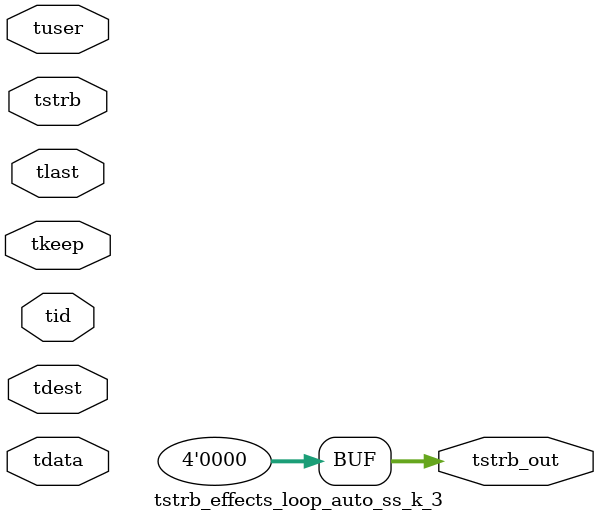
<source format=v>


`timescale 1ps/1ps

module tstrb_effects_loop_auto_ss_k_3 #
(
parameter C_S_AXIS_TDATA_WIDTH = 32,
parameter C_S_AXIS_TUSER_WIDTH = 0,
parameter C_S_AXIS_TID_WIDTH   = 0,
parameter C_S_AXIS_TDEST_WIDTH = 0,
parameter C_M_AXIS_TDATA_WIDTH = 32
)
(
input  [(C_S_AXIS_TDATA_WIDTH == 0 ? 1 : C_S_AXIS_TDATA_WIDTH)-1:0     ] tdata,
input  [(C_S_AXIS_TUSER_WIDTH == 0 ? 1 : C_S_AXIS_TUSER_WIDTH)-1:0     ] tuser,
input  [(C_S_AXIS_TID_WIDTH   == 0 ? 1 : C_S_AXIS_TID_WIDTH)-1:0       ] tid,
input  [(C_S_AXIS_TDEST_WIDTH == 0 ? 1 : C_S_AXIS_TDEST_WIDTH)-1:0     ] tdest,
input  [(C_S_AXIS_TDATA_WIDTH/8)-1:0 ] tkeep,
input  [(C_S_AXIS_TDATA_WIDTH/8)-1:0 ] tstrb,
input                                                                    tlast,
output [(C_M_AXIS_TDATA_WIDTH/8)-1:0 ] tstrb_out
);

assign tstrb_out = {1'b0};

endmodule


</source>
